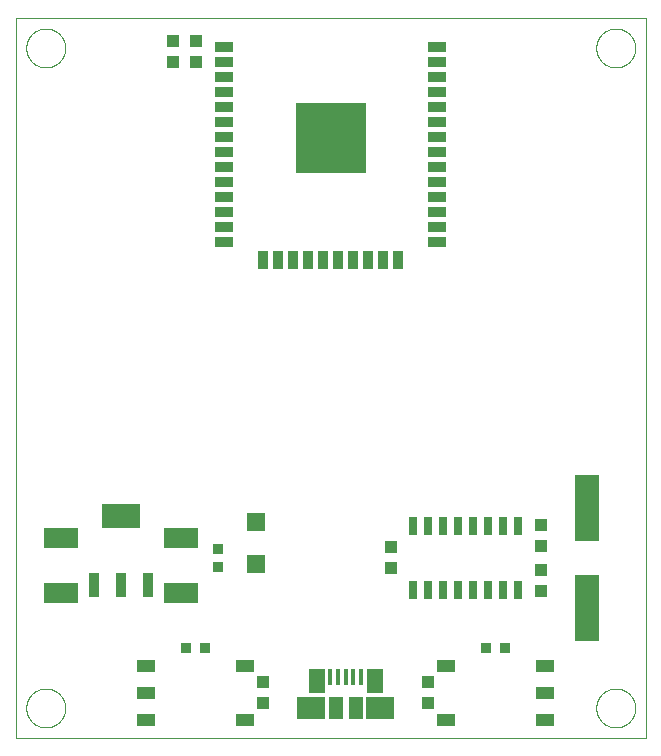
<source format=gtp>
G75*
%MOIN*%
%OFA0B0*%
%FSLAX25Y25*%
%IPPOS*%
%LPD*%
%AMOC8*
5,1,8,0,0,1.08239X$1,22.5*
%
%ADD10C,0.00000*%
%ADD11R,0.03937X0.03937*%
%ADD12R,0.06299X0.05906*%
%ADD13R,0.03799X0.03799*%
%ADD14R,0.06299X0.04331*%
%ADD15R,0.01772X0.05433*%
%ADD16R,0.05807X0.08268*%
%ADD17R,0.04626X0.07480*%
%ADD18R,0.09350X0.07480*%
%ADD19R,0.02500X0.06000*%
%ADD20R,0.05906X0.03543*%
%ADD21R,0.03543X0.05906*%
%ADD22R,0.23622X0.23622*%
%ADD23R,0.12795X0.08465*%
%ADD24R,0.03740X0.08465*%
%ADD25R,0.11811X0.07087*%
%ADD26R,0.08268X0.22047*%
D10*
X0002274Y0002274D02*
X0002274Y0242274D01*
X0212274Y0242274D01*
X0212274Y0002274D01*
X0002274Y0002274D01*
X0005778Y0012274D02*
X0005780Y0012435D01*
X0005786Y0012595D01*
X0005796Y0012756D01*
X0005810Y0012916D01*
X0005828Y0013075D01*
X0005849Y0013235D01*
X0005875Y0013393D01*
X0005905Y0013551D01*
X0005938Y0013708D01*
X0005976Y0013865D01*
X0006017Y0014020D01*
X0006062Y0014174D01*
X0006111Y0014327D01*
X0006164Y0014479D01*
X0006220Y0014629D01*
X0006280Y0014778D01*
X0006344Y0014926D01*
X0006411Y0015072D01*
X0006482Y0015216D01*
X0006557Y0015358D01*
X0006635Y0015499D01*
X0006716Y0015637D01*
X0006801Y0015774D01*
X0006890Y0015908D01*
X0006981Y0016040D01*
X0007076Y0016170D01*
X0007174Y0016297D01*
X0007275Y0016422D01*
X0007379Y0016545D01*
X0007486Y0016664D01*
X0007596Y0016781D01*
X0007709Y0016896D01*
X0007825Y0017007D01*
X0007943Y0017116D01*
X0008064Y0017221D01*
X0008188Y0017324D01*
X0008314Y0017424D01*
X0008443Y0017520D01*
X0008574Y0017613D01*
X0008707Y0017703D01*
X0008842Y0017790D01*
X0008980Y0017873D01*
X0009119Y0017952D01*
X0009261Y0018029D01*
X0009404Y0018102D01*
X0009549Y0018171D01*
X0009696Y0018236D01*
X0009844Y0018298D01*
X0009994Y0018357D01*
X0010145Y0018411D01*
X0010297Y0018462D01*
X0010451Y0018509D01*
X0010606Y0018552D01*
X0010761Y0018591D01*
X0010918Y0018627D01*
X0011076Y0018659D01*
X0011234Y0018686D01*
X0011393Y0018710D01*
X0011552Y0018730D01*
X0011712Y0018746D01*
X0011873Y0018758D01*
X0012033Y0018766D01*
X0012194Y0018770D01*
X0012354Y0018770D01*
X0012515Y0018766D01*
X0012675Y0018758D01*
X0012836Y0018746D01*
X0012996Y0018730D01*
X0013155Y0018710D01*
X0013314Y0018686D01*
X0013472Y0018659D01*
X0013630Y0018627D01*
X0013787Y0018591D01*
X0013942Y0018552D01*
X0014097Y0018509D01*
X0014251Y0018462D01*
X0014403Y0018411D01*
X0014554Y0018357D01*
X0014704Y0018298D01*
X0014852Y0018236D01*
X0014999Y0018171D01*
X0015144Y0018102D01*
X0015287Y0018029D01*
X0015429Y0017952D01*
X0015568Y0017873D01*
X0015706Y0017790D01*
X0015841Y0017703D01*
X0015974Y0017613D01*
X0016105Y0017520D01*
X0016234Y0017424D01*
X0016360Y0017324D01*
X0016484Y0017221D01*
X0016605Y0017116D01*
X0016723Y0017007D01*
X0016839Y0016896D01*
X0016952Y0016781D01*
X0017062Y0016664D01*
X0017169Y0016545D01*
X0017273Y0016422D01*
X0017374Y0016297D01*
X0017472Y0016170D01*
X0017567Y0016040D01*
X0017658Y0015908D01*
X0017747Y0015774D01*
X0017832Y0015637D01*
X0017913Y0015499D01*
X0017991Y0015358D01*
X0018066Y0015216D01*
X0018137Y0015072D01*
X0018204Y0014926D01*
X0018268Y0014778D01*
X0018328Y0014629D01*
X0018384Y0014479D01*
X0018437Y0014327D01*
X0018486Y0014174D01*
X0018531Y0014020D01*
X0018572Y0013865D01*
X0018610Y0013708D01*
X0018643Y0013551D01*
X0018673Y0013393D01*
X0018699Y0013235D01*
X0018720Y0013075D01*
X0018738Y0012916D01*
X0018752Y0012756D01*
X0018762Y0012595D01*
X0018768Y0012435D01*
X0018770Y0012274D01*
X0018768Y0012113D01*
X0018762Y0011953D01*
X0018752Y0011792D01*
X0018738Y0011632D01*
X0018720Y0011473D01*
X0018699Y0011313D01*
X0018673Y0011155D01*
X0018643Y0010997D01*
X0018610Y0010840D01*
X0018572Y0010683D01*
X0018531Y0010528D01*
X0018486Y0010374D01*
X0018437Y0010221D01*
X0018384Y0010069D01*
X0018328Y0009919D01*
X0018268Y0009770D01*
X0018204Y0009622D01*
X0018137Y0009476D01*
X0018066Y0009332D01*
X0017991Y0009190D01*
X0017913Y0009049D01*
X0017832Y0008911D01*
X0017747Y0008774D01*
X0017658Y0008640D01*
X0017567Y0008508D01*
X0017472Y0008378D01*
X0017374Y0008251D01*
X0017273Y0008126D01*
X0017169Y0008003D01*
X0017062Y0007884D01*
X0016952Y0007767D01*
X0016839Y0007652D01*
X0016723Y0007541D01*
X0016605Y0007432D01*
X0016484Y0007327D01*
X0016360Y0007224D01*
X0016234Y0007124D01*
X0016105Y0007028D01*
X0015974Y0006935D01*
X0015841Y0006845D01*
X0015706Y0006758D01*
X0015568Y0006675D01*
X0015429Y0006596D01*
X0015287Y0006519D01*
X0015144Y0006446D01*
X0014999Y0006377D01*
X0014852Y0006312D01*
X0014704Y0006250D01*
X0014554Y0006191D01*
X0014403Y0006137D01*
X0014251Y0006086D01*
X0014097Y0006039D01*
X0013942Y0005996D01*
X0013787Y0005957D01*
X0013630Y0005921D01*
X0013472Y0005889D01*
X0013314Y0005862D01*
X0013155Y0005838D01*
X0012996Y0005818D01*
X0012836Y0005802D01*
X0012675Y0005790D01*
X0012515Y0005782D01*
X0012354Y0005778D01*
X0012194Y0005778D01*
X0012033Y0005782D01*
X0011873Y0005790D01*
X0011712Y0005802D01*
X0011552Y0005818D01*
X0011393Y0005838D01*
X0011234Y0005862D01*
X0011076Y0005889D01*
X0010918Y0005921D01*
X0010761Y0005957D01*
X0010606Y0005996D01*
X0010451Y0006039D01*
X0010297Y0006086D01*
X0010145Y0006137D01*
X0009994Y0006191D01*
X0009844Y0006250D01*
X0009696Y0006312D01*
X0009549Y0006377D01*
X0009404Y0006446D01*
X0009261Y0006519D01*
X0009119Y0006596D01*
X0008980Y0006675D01*
X0008842Y0006758D01*
X0008707Y0006845D01*
X0008574Y0006935D01*
X0008443Y0007028D01*
X0008314Y0007124D01*
X0008188Y0007224D01*
X0008064Y0007327D01*
X0007943Y0007432D01*
X0007825Y0007541D01*
X0007709Y0007652D01*
X0007596Y0007767D01*
X0007486Y0007884D01*
X0007379Y0008003D01*
X0007275Y0008126D01*
X0007174Y0008251D01*
X0007076Y0008378D01*
X0006981Y0008508D01*
X0006890Y0008640D01*
X0006801Y0008774D01*
X0006716Y0008911D01*
X0006635Y0009049D01*
X0006557Y0009190D01*
X0006482Y0009332D01*
X0006411Y0009476D01*
X0006344Y0009622D01*
X0006280Y0009770D01*
X0006220Y0009919D01*
X0006164Y0010069D01*
X0006111Y0010221D01*
X0006062Y0010374D01*
X0006017Y0010528D01*
X0005976Y0010683D01*
X0005938Y0010840D01*
X0005905Y0010997D01*
X0005875Y0011155D01*
X0005849Y0011313D01*
X0005828Y0011473D01*
X0005810Y0011632D01*
X0005796Y0011792D01*
X0005786Y0011953D01*
X0005780Y0012113D01*
X0005778Y0012274D01*
X0005778Y0232274D02*
X0005780Y0232435D01*
X0005786Y0232595D01*
X0005796Y0232756D01*
X0005810Y0232916D01*
X0005828Y0233075D01*
X0005849Y0233235D01*
X0005875Y0233393D01*
X0005905Y0233551D01*
X0005938Y0233708D01*
X0005976Y0233865D01*
X0006017Y0234020D01*
X0006062Y0234174D01*
X0006111Y0234327D01*
X0006164Y0234479D01*
X0006220Y0234629D01*
X0006280Y0234778D01*
X0006344Y0234926D01*
X0006411Y0235072D01*
X0006482Y0235216D01*
X0006557Y0235358D01*
X0006635Y0235499D01*
X0006716Y0235637D01*
X0006801Y0235774D01*
X0006890Y0235908D01*
X0006981Y0236040D01*
X0007076Y0236170D01*
X0007174Y0236297D01*
X0007275Y0236422D01*
X0007379Y0236545D01*
X0007486Y0236664D01*
X0007596Y0236781D01*
X0007709Y0236896D01*
X0007825Y0237007D01*
X0007943Y0237116D01*
X0008064Y0237221D01*
X0008188Y0237324D01*
X0008314Y0237424D01*
X0008443Y0237520D01*
X0008574Y0237613D01*
X0008707Y0237703D01*
X0008842Y0237790D01*
X0008980Y0237873D01*
X0009119Y0237952D01*
X0009261Y0238029D01*
X0009404Y0238102D01*
X0009549Y0238171D01*
X0009696Y0238236D01*
X0009844Y0238298D01*
X0009994Y0238357D01*
X0010145Y0238411D01*
X0010297Y0238462D01*
X0010451Y0238509D01*
X0010606Y0238552D01*
X0010761Y0238591D01*
X0010918Y0238627D01*
X0011076Y0238659D01*
X0011234Y0238686D01*
X0011393Y0238710D01*
X0011552Y0238730D01*
X0011712Y0238746D01*
X0011873Y0238758D01*
X0012033Y0238766D01*
X0012194Y0238770D01*
X0012354Y0238770D01*
X0012515Y0238766D01*
X0012675Y0238758D01*
X0012836Y0238746D01*
X0012996Y0238730D01*
X0013155Y0238710D01*
X0013314Y0238686D01*
X0013472Y0238659D01*
X0013630Y0238627D01*
X0013787Y0238591D01*
X0013942Y0238552D01*
X0014097Y0238509D01*
X0014251Y0238462D01*
X0014403Y0238411D01*
X0014554Y0238357D01*
X0014704Y0238298D01*
X0014852Y0238236D01*
X0014999Y0238171D01*
X0015144Y0238102D01*
X0015287Y0238029D01*
X0015429Y0237952D01*
X0015568Y0237873D01*
X0015706Y0237790D01*
X0015841Y0237703D01*
X0015974Y0237613D01*
X0016105Y0237520D01*
X0016234Y0237424D01*
X0016360Y0237324D01*
X0016484Y0237221D01*
X0016605Y0237116D01*
X0016723Y0237007D01*
X0016839Y0236896D01*
X0016952Y0236781D01*
X0017062Y0236664D01*
X0017169Y0236545D01*
X0017273Y0236422D01*
X0017374Y0236297D01*
X0017472Y0236170D01*
X0017567Y0236040D01*
X0017658Y0235908D01*
X0017747Y0235774D01*
X0017832Y0235637D01*
X0017913Y0235499D01*
X0017991Y0235358D01*
X0018066Y0235216D01*
X0018137Y0235072D01*
X0018204Y0234926D01*
X0018268Y0234778D01*
X0018328Y0234629D01*
X0018384Y0234479D01*
X0018437Y0234327D01*
X0018486Y0234174D01*
X0018531Y0234020D01*
X0018572Y0233865D01*
X0018610Y0233708D01*
X0018643Y0233551D01*
X0018673Y0233393D01*
X0018699Y0233235D01*
X0018720Y0233075D01*
X0018738Y0232916D01*
X0018752Y0232756D01*
X0018762Y0232595D01*
X0018768Y0232435D01*
X0018770Y0232274D01*
X0018768Y0232113D01*
X0018762Y0231953D01*
X0018752Y0231792D01*
X0018738Y0231632D01*
X0018720Y0231473D01*
X0018699Y0231313D01*
X0018673Y0231155D01*
X0018643Y0230997D01*
X0018610Y0230840D01*
X0018572Y0230683D01*
X0018531Y0230528D01*
X0018486Y0230374D01*
X0018437Y0230221D01*
X0018384Y0230069D01*
X0018328Y0229919D01*
X0018268Y0229770D01*
X0018204Y0229622D01*
X0018137Y0229476D01*
X0018066Y0229332D01*
X0017991Y0229190D01*
X0017913Y0229049D01*
X0017832Y0228911D01*
X0017747Y0228774D01*
X0017658Y0228640D01*
X0017567Y0228508D01*
X0017472Y0228378D01*
X0017374Y0228251D01*
X0017273Y0228126D01*
X0017169Y0228003D01*
X0017062Y0227884D01*
X0016952Y0227767D01*
X0016839Y0227652D01*
X0016723Y0227541D01*
X0016605Y0227432D01*
X0016484Y0227327D01*
X0016360Y0227224D01*
X0016234Y0227124D01*
X0016105Y0227028D01*
X0015974Y0226935D01*
X0015841Y0226845D01*
X0015706Y0226758D01*
X0015568Y0226675D01*
X0015429Y0226596D01*
X0015287Y0226519D01*
X0015144Y0226446D01*
X0014999Y0226377D01*
X0014852Y0226312D01*
X0014704Y0226250D01*
X0014554Y0226191D01*
X0014403Y0226137D01*
X0014251Y0226086D01*
X0014097Y0226039D01*
X0013942Y0225996D01*
X0013787Y0225957D01*
X0013630Y0225921D01*
X0013472Y0225889D01*
X0013314Y0225862D01*
X0013155Y0225838D01*
X0012996Y0225818D01*
X0012836Y0225802D01*
X0012675Y0225790D01*
X0012515Y0225782D01*
X0012354Y0225778D01*
X0012194Y0225778D01*
X0012033Y0225782D01*
X0011873Y0225790D01*
X0011712Y0225802D01*
X0011552Y0225818D01*
X0011393Y0225838D01*
X0011234Y0225862D01*
X0011076Y0225889D01*
X0010918Y0225921D01*
X0010761Y0225957D01*
X0010606Y0225996D01*
X0010451Y0226039D01*
X0010297Y0226086D01*
X0010145Y0226137D01*
X0009994Y0226191D01*
X0009844Y0226250D01*
X0009696Y0226312D01*
X0009549Y0226377D01*
X0009404Y0226446D01*
X0009261Y0226519D01*
X0009119Y0226596D01*
X0008980Y0226675D01*
X0008842Y0226758D01*
X0008707Y0226845D01*
X0008574Y0226935D01*
X0008443Y0227028D01*
X0008314Y0227124D01*
X0008188Y0227224D01*
X0008064Y0227327D01*
X0007943Y0227432D01*
X0007825Y0227541D01*
X0007709Y0227652D01*
X0007596Y0227767D01*
X0007486Y0227884D01*
X0007379Y0228003D01*
X0007275Y0228126D01*
X0007174Y0228251D01*
X0007076Y0228378D01*
X0006981Y0228508D01*
X0006890Y0228640D01*
X0006801Y0228774D01*
X0006716Y0228911D01*
X0006635Y0229049D01*
X0006557Y0229190D01*
X0006482Y0229332D01*
X0006411Y0229476D01*
X0006344Y0229622D01*
X0006280Y0229770D01*
X0006220Y0229919D01*
X0006164Y0230069D01*
X0006111Y0230221D01*
X0006062Y0230374D01*
X0006017Y0230528D01*
X0005976Y0230683D01*
X0005938Y0230840D01*
X0005905Y0230997D01*
X0005875Y0231155D01*
X0005849Y0231313D01*
X0005828Y0231473D01*
X0005810Y0231632D01*
X0005796Y0231792D01*
X0005786Y0231953D01*
X0005780Y0232113D01*
X0005778Y0232274D01*
X0195778Y0232274D02*
X0195780Y0232435D01*
X0195786Y0232595D01*
X0195796Y0232756D01*
X0195810Y0232916D01*
X0195828Y0233075D01*
X0195849Y0233235D01*
X0195875Y0233393D01*
X0195905Y0233551D01*
X0195938Y0233708D01*
X0195976Y0233865D01*
X0196017Y0234020D01*
X0196062Y0234174D01*
X0196111Y0234327D01*
X0196164Y0234479D01*
X0196220Y0234629D01*
X0196280Y0234778D01*
X0196344Y0234926D01*
X0196411Y0235072D01*
X0196482Y0235216D01*
X0196557Y0235358D01*
X0196635Y0235499D01*
X0196716Y0235637D01*
X0196801Y0235774D01*
X0196890Y0235908D01*
X0196981Y0236040D01*
X0197076Y0236170D01*
X0197174Y0236297D01*
X0197275Y0236422D01*
X0197379Y0236545D01*
X0197486Y0236664D01*
X0197596Y0236781D01*
X0197709Y0236896D01*
X0197825Y0237007D01*
X0197943Y0237116D01*
X0198064Y0237221D01*
X0198188Y0237324D01*
X0198314Y0237424D01*
X0198443Y0237520D01*
X0198574Y0237613D01*
X0198707Y0237703D01*
X0198842Y0237790D01*
X0198980Y0237873D01*
X0199119Y0237952D01*
X0199261Y0238029D01*
X0199404Y0238102D01*
X0199549Y0238171D01*
X0199696Y0238236D01*
X0199844Y0238298D01*
X0199994Y0238357D01*
X0200145Y0238411D01*
X0200297Y0238462D01*
X0200451Y0238509D01*
X0200606Y0238552D01*
X0200761Y0238591D01*
X0200918Y0238627D01*
X0201076Y0238659D01*
X0201234Y0238686D01*
X0201393Y0238710D01*
X0201552Y0238730D01*
X0201712Y0238746D01*
X0201873Y0238758D01*
X0202033Y0238766D01*
X0202194Y0238770D01*
X0202354Y0238770D01*
X0202515Y0238766D01*
X0202675Y0238758D01*
X0202836Y0238746D01*
X0202996Y0238730D01*
X0203155Y0238710D01*
X0203314Y0238686D01*
X0203472Y0238659D01*
X0203630Y0238627D01*
X0203787Y0238591D01*
X0203942Y0238552D01*
X0204097Y0238509D01*
X0204251Y0238462D01*
X0204403Y0238411D01*
X0204554Y0238357D01*
X0204704Y0238298D01*
X0204852Y0238236D01*
X0204999Y0238171D01*
X0205144Y0238102D01*
X0205287Y0238029D01*
X0205429Y0237952D01*
X0205568Y0237873D01*
X0205706Y0237790D01*
X0205841Y0237703D01*
X0205974Y0237613D01*
X0206105Y0237520D01*
X0206234Y0237424D01*
X0206360Y0237324D01*
X0206484Y0237221D01*
X0206605Y0237116D01*
X0206723Y0237007D01*
X0206839Y0236896D01*
X0206952Y0236781D01*
X0207062Y0236664D01*
X0207169Y0236545D01*
X0207273Y0236422D01*
X0207374Y0236297D01*
X0207472Y0236170D01*
X0207567Y0236040D01*
X0207658Y0235908D01*
X0207747Y0235774D01*
X0207832Y0235637D01*
X0207913Y0235499D01*
X0207991Y0235358D01*
X0208066Y0235216D01*
X0208137Y0235072D01*
X0208204Y0234926D01*
X0208268Y0234778D01*
X0208328Y0234629D01*
X0208384Y0234479D01*
X0208437Y0234327D01*
X0208486Y0234174D01*
X0208531Y0234020D01*
X0208572Y0233865D01*
X0208610Y0233708D01*
X0208643Y0233551D01*
X0208673Y0233393D01*
X0208699Y0233235D01*
X0208720Y0233075D01*
X0208738Y0232916D01*
X0208752Y0232756D01*
X0208762Y0232595D01*
X0208768Y0232435D01*
X0208770Y0232274D01*
X0208768Y0232113D01*
X0208762Y0231953D01*
X0208752Y0231792D01*
X0208738Y0231632D01*
X0208720Y0231473D01*
X0208699Y0231313D01*
X0208673Y0231155D01*
X0208643Y0230997D01*
X0208610Y0230840D01*
X0208572Y0230683D01*
X0208531Y0230528D01*
X0208486Y0230374D01*
X0208437Y0230221D01*
X0208384Y0230069D01*
X0208328Y0229919D01*
X0208268Y0229770D01*
X0208204Y0229622D01*
X0208137Y0229476D01*
X0208066Y0229332D01*
X0207991Y0229190D01*
X0207913Y0229049D01*
X0207832Y0228911D01*
X0207747Y0228774D01*
X0207658Y0228640D01*
X0207567Y0228508D01*
X0207472Y0228378D01*
X0207374Y0228251D01*
X0207273Y0228126D01*
X0207169Y0228003D01*
X0207062Y0227884D01*
X0206952Y0227767D01*
X0206839Y0227652D01*
X0206723Y0227541D01*
X0206605Y0227432D01*
X0206484Y0227327D01*
X0206360Y0227224D01*
X0206234Y0227124D01*
X0206105Y0227028D01*
X0205974Y0226935D01*
X0205841Y0226845D01*
X0205706Y0226758D01*
X0205568Y0226675D01*
X0205429Y0226596D01*
X0205287Y0226519D01*
X0205144Y0226446D01*
X0204999Y0226377D01*
X0204852Y0226312D01*
X0204704Y0226250D01*
X0204554Y0226191D01*
X0204403Y0226137D01*
X0204251Y0226086D01*
X0204097Y0226039D01*
X0203942Y0225996D01*
X0203787Y0225957D01*
X0203630Y0225921D01*
X0203472Y0225889D01*
X0203314Y0225862D01*
X0203155Y0225838D01*
X0202996Y0225818D01*
X0202836Y0225802D01*
X0202675Y0225790D01*
X0202515Y0225782D01*
X0202354Y0225778D01*
X0202194Y0225778D01*
X0202033Y0225782D01*
X0201873Y0225790D01*
X0201712Y0225802D01*
X0201552Y0225818D01*
X0201393Y0225838D01*
X0201234Y0225862D01*
X0201076Y0225889D01*
X0200918Y0225921D01*
X0200761Y0225957D01*
X0200606Y0225996D01*
X0200451Y0226039D01*
X0200297Y0226086D01*
X0200145Y0226137D01*
X0199994Y0226191D01*
X0199844Y0226250D01*
X0199696Y0226312D01*
X0199549Y0226377D01*
X0199404Y0226446D01*
X0199261Y0226519D01*
X0199119Y0226596D01*
X0198980Y0226675D01*
X0198842Y0226758D01*
X0198707Y0226845D01*
X0198574Y0226935D01*
X0198443Y0227028D01*
X0198314Y0227124D01*
X0198188Y0227224D01*
X0198064Y0227327D01*
X0197943Y0227432D01*
X0197825Y0227541D01*
X0197709Y0227652D01*
X0197596Y0227767D01*
X0197486Y0227884D01*
X0197379Y0228003D01*
X0197275Y0228126D01*
X0197174Y0228251D01*
X0197076Y0228378D01*
X0196981Y0228508D01*
X0196890Y0228640D01*
X0196801Y0228774D01*
X0196716Y0228911D01*
X0196635Y0229049D01*
X0196557Y0229190D01*
X0196482Y0229332D01*
X0196411Y0229476D01*
X0196344Y0229622D01*
X0196280Y0229770D01*
X0196220Y0229919D01*
X0196164Y0230069D01*
X0196111Y0230221D01*
X0196062Y0230374D01*
X0196017Y0230528D01*
X0195976Y0230683D01*
X0195938Y0230840D01*
X0195905Y0230997D01*
X0195875Y0231155D01*
X0195849Y0231313D01*
X0195828Y0231473D01*
X0195810Y0231632D01*
X0195796Y0231792D01*
X0195786Y0231953D01*
X0195780Y0232113D01*
X0195778Y0232274D01*
X0195778Y0012274D02*
X0195780Y0012435D01*
X0195786Y0012595D01*
X0195796Y0012756D01*
X0195810Y0012916D01*
X0195828Y0013075D01*
X0195849Y0013235D01*
X0195875Y0013393D01*
X0195905Y0013551D01*
X0195938Y0013708D01*
X0195976Y0013865D01*
X0196017Y0014020D01*
X0196062Y0014174D01*
X0196111Y0014327D01*
X0196164Y0014479D01*
X0196220Y0014629D01*
X0196280Y0014778D01*
X0196344Y0014926D01*
X0196411Y0015072D01*
X0196482Y0015216D01*
X0196557Y0015358D01*
X0196635Y0015499D01*
X0196716Y0015637D01*
X0196801Y0015774D01*
X0196890Y0015908D01*
X0196981Y0016040D01*
X0197076Y0016170D01*
X0197174Y0016297D01*
X0197275Y0016422D01*
X0197379Y0016545D01*
X0197486Y0016664D01*
X0197596Y0016781D01*
X0197709Y0016896D01*
X0197825Y0017007D01*
X0197943Y0017116D01*
X0198064Y0017221D01*
X0198188Y0017324D01*
X0198314Y0017424D01*
X0198443Y0017520D01*
X0198574Y0017613D01*
X0198707Y0017703D01*
X0198842Y0017790D01*
X0198980Y0017873D01*
X0199119Y0017952D01*
X0199261Y0018029D01*
X0199404Y0018102D01*
X0199549Y0018171D01*
X0199696Y0018236D01*
X0199844Y0018298D01*
X0199994Y0018357D01*
X0200145Y0018411D01*
X0200297Y0018462D01*
X0200451Y0018509D01*
X0200606Y0018552D01*
X0200761Y0018591D01*
X0200918Y0018627D01*
X0201076Y0018659D01*
X0201234Y0018686D01*
X0201393Y0018710D01*
X0201552Y0018730D01*
X0201712Y0018746D01*
X0201873Y0018758D01*
X0202033Y0018766D01*
X0202194Y0018770D01*
X0202354Y0018770D01*
X0202515Y0018766D01*
X0202675Y0018758D01*
X0202836Y0018746D01*
X0202996Y0018730D01*
X0203155Y0018710D01*
X0203314Y0018686D01*
X0203472Y0018659D01*
X0203630Y0018627D01*
X0203787Y0018591D01*
X0203942Y0018552D01*
X0204097Y0018509D01*
X0204251Y0018462D01*
X0204403Y0018411D01*
X0204554Y0018357D01*
X0204704Y0018298D01*
X0204852Y0018236D01*
X0204999Y0018171D01*
X0205144Y0018102D01*
X0205287Y0018029D01*
X0205429Y0017952D01*
X0205568Y0017873D01*
X0205706Y0017790D01*
X0205841Y0017703D01*
X0205974Y0017613D01*
X0206105Y0017520D01*
X0206234Y0017424D01*
X0206360Y0017324D01*
X0206484Y0017221D01*
X0206605Y0017116D01*
X0206723Y0017007D01*
X0206839Y0016896D01*
X0206952Y0016781D01*
X0207062Y0016664D01*
X0207169Y0016545D01*
X0207273Y0016422D01*
X0207374Y0016297D01*
X0207472Y0016170D01*
X0207567Y0016040D01*
X0207658Y0015908D01*
X0207747Y0015774D01*
X0207832Y0015637D01*
X0207913Y0015499D01*
X0207991Y0015358D01*
X0208066Y0015216D01*
X0208137Y0015072D01*
X0208204Y0014926D01*
X0208268Y0014778D01*
X0208328Y0014629D01*
X0208384Y0014479D01*
X0208437Y0014327D01*
X0208486Y0014174D01*
X0208531Y0014020D01*
X0208572Y0013865D01*
X0208610Y0013708D01*
X0208643Y0013551D01*
X0208673Y0013393D01*
X0208699Y0013235D01*
X0208720Y0013075D01*
X0208738Y0012916D01*
X0208752Y0012756D01*
X0208762Y0012595D01*
X0208768Y0012435D01*
X0208770Y0012274D01*
X0208768Y0012113D01*
X0208762Y0011953D01*
X0208752Y0011792D01*
X0208738Y0011632D01*
X0208720Y0011473D01*
X0208699Y0011313D01*
X0208673Y0011155D01*
X0208643Y0010997D01*
X0208610Y0010840D01*
X0208572Y0010683D01*
X0208531Y0010528D01*
X0208486Y0010374D01*
X0208437Y0010221D01*
X0208384Y0010069D01*
X0208328Y0009919D01*
X0208268Y0009770D01*
X0208204Y0009622D01*
X0208137Y0009476D01*
X0208066Y0009332D01*
X0207991Y0009190D01*
X0207913Y0009049D01*
X0207832Y0008911D01*
X0207747Y0008774D01*
X0207658Y0008640D01*
X0207567Y0008508D01*
X0207472Y0008378D01*
X0207374Y0008251D01*
X0207273Y0008126D01*
X0207169Y0008003D01*
X0207062Y0007884D01*
X0206952Y0007767D01*
X0206839Y0007652D01*
X0206723Y0007541D01*
X0206605Y0007432D01*
X0206484Y0007327D01*
X0206360Y0007224D01*
X0206234Y0007124D01*
X0206105Y0007028D01*
X0205974Y0006935D01*
X0205841Y0006845D01*
X0205706Y0006758D01*
X0205568Y0006675D01*
X0205429Y0006596D01*
X0205287Y0006519D01*
X0205144Y0006446D01*
X0204999Y0006377D01*
X0204852Y0006312D01*
X0204704Y0006250D01*
X0204554Y0006191D01*
X0204403Y0006137D01*
X0204251Y0006086D01*
X0204097Y0006039D01*
X0203942Y0005996D01*
X0203787Y0005957D01*
X0203630Y0005921D01*
X0203472Y0005889D01*
X0203314Y0005862D01*
X0203155Y0005838D01*
X0202996Y0005818D01*
X0202836Y0005802D01*
X0202675Y0005790D01*
X0202515Y0005782D01*
X0202354Y0005778D01*
X0202194Y0005778D01*
X0202033Y0005782D01*
X0201873Y0005790D01*
X0201712Y0005802D01*
X0201552Y0005818D01*
X0201393Y0005838D01*
X0201234Y0005862D01*
X0201076Y0005889D01*
X0200918Y0005921D01*
X0200761Y0005957D01*
X0200606Y0005996D01*
X0200451Y0006039D01*
X0200297Y0006086D01*
X0200145Y0006137D01*
X0199994Y0006191D01*
X0199844Y0006250D01*
X0199696Y0006312D01*
X0199549Y0006377D01*
X0199404Y0006446D01*
X0199261Y0006519D01*
X0199119Y0006596D01*
X0198980Y0006675D01*
X0198842Y0006758D01*
X0198707Y0006845D01*
X0198574Y0006935D01*
X0198443Y0007028D01*
X0198314Y0007124D01*
X0198188Y0007224D01*
X0198064Y0007327D01*
X0197943Y0007432D01*
X0197825Y0007541D01*
X0197709Y0007652D01*
X0197596Y0007767D01*
X0197486Y0007884D01*
X0197379Y0008003D01*
X0197275Y0008126D01*
X0197174Y0008251D01*
X0197076Y0008378D01*
X0196981Y0008508D01*
X0196890Y0008640D01*
X0196801Y0008774D01*
X0196716Y0008911D01*
X0196635Y0009049D01*
X0196557Y0009190D01*
X0196482Y0009332D01*
X0196411Y0009476D01*
X0196344Y0009622D01*
X0196280Y0009770D01*
X0196220Y0009919D01*
X0196164Y0010069D01*
X0196111Y0010221D01*
X0196062Y0010374D01*
X0196017Y0010528D01*
X0195976Y0010683D01*
X0195938Y0010840D01*
X0195905Y0010997D01*
X0195875Y0011155D01*
X0195849Y0011313D01*
X0195828Y0011473D01*
X0195810Y0011632D01*
X0195796Y0011792D01*
X0195786Y0011953D01*
X0195780Y0012113D01*
X0195778Y0012274D01*
D11*
X0177274Y0051274D03*
X0177274Y0058274D03*
X0177274Y0066274D03*
X0177274Y0073274D03*
X0139774Y0020774D03*
X0139774Y0013774D03*
X0127274Y0058774D03*
X0127274Y0065774D03*
X0084774Y0020774D03*
X0084774Y0013774D03*
X0062274Y0227524D03*
X0062274Y0234524D03*
X0054774Y0234524D03*
X0054774Y0227524D03*
D12*
X0082274Y0074163D03*
X0082274Y0060384D03*
D13*
X0069774Y0059173D03*
X0069774Y0065374D03*
X0065374Y0032274D03*
X0059173Y0032274D03*
X0159173Y0032274D03*
X0165374Y0032274D03*
D14*
X0178809Y0026132D03*
X0178809Y0017274D03*
X0178809Y0008415D03*
X0145738Y0008415D03*
X0145738Y0026132D03*
X0078809Y0026132D03*
X0078809Y0008415D03*
X0045738Y0008415D03*
X0045738Y0017274D03*
X0045738Y0026132D03*
D15*
X0107156Y0022549D03*
X0109715Y0022549D03*
X0112274Y0022549D03*
X0114833Y0022549D03*
X0117392Y0022549D03*
D16*
X0121969Y0021329D03*
X0102579Y0021329D03*
D17*
X0108976Y0012274D03*
X0115571Y0012274D03*
D18*
X0123740Y0012274D03*
X0100807Y0012274D03*
D19*
X0134774Y0051663D03*
X0139774Y0051663D03*
X0144774Y0051663D03*
X0149774Y0051663D03*
X0154774Y0051663D03*
X0159774Y0051663D03*
X0164774Y0051663D03*
X0169774Y0051663D03*
X0169774Y0072884D03*
X0164774Y0072884D03*
X0159774Y0072884D03*
X0154774Y0072884D03*
X0149774Y0072884D03*
X0144774Y0072884D03*
X0139774Y0072884D03*
X0134774Y0072884D03*
D20*
X0142707Y0167589D03*
X0142707Y0172589D03*
X0142707Y0177589D03*
X0142707Y0182589D03*
X0142707Y0187589D03*
X0142707Y0192589D03*
X0142707Y0197589D03*
X0142707Y0202589D03*
X0142707Y0207589D03*
X0142707Y0212589D03*
X0142707Y0217589D03*
X0142707Y0222589D03*
X0142707Y0227589D03*
X0142707Y0232589D03*
X0071841Y0232589D03*
X0071841Y0227589D03*
X0071841Y0222589D03*
X0071841Y0217589D03*
X0071841Y0212589D03*
X0071841Y0207589D03*
X0071841Y0202589D03*
X0071841Y0197589D03*
X0071841Y0192589D03*
X0071841Y0187589D03*
X0071841Y0182589D03*
X0071841Y0177589D03*
X0071841Y0172589D03*
X0071841Y0167589D03*
D21*
X0084774Y0161722D03*
X0089774Y0161722D03*
X0094774Y0161722D03*
X0099774Y0161722D03*
X0104774Y0161722D03*
X0109774Y0161722D03*
X0114774Y0161722D03*
X0119774Y0161722D03*
X0124774Y0161722D03*
X0129774Y0161722D03*
D22*
X0107274Y0202274D03*
D23*
X0037274Y0076191D03*
D24*
X0037274Y0053356D03*
X0046329Y0053356D03*
X0028219Y0053356D03*
D25*
X0017274Y0050620D03*
X0017274Y0068927D03*
X0057274Y0068927D03*
X0057274Y0050620D03*
D26*
X0192667Y0045541D03*
X0192667Y0079006D03*
M02*

</source>
